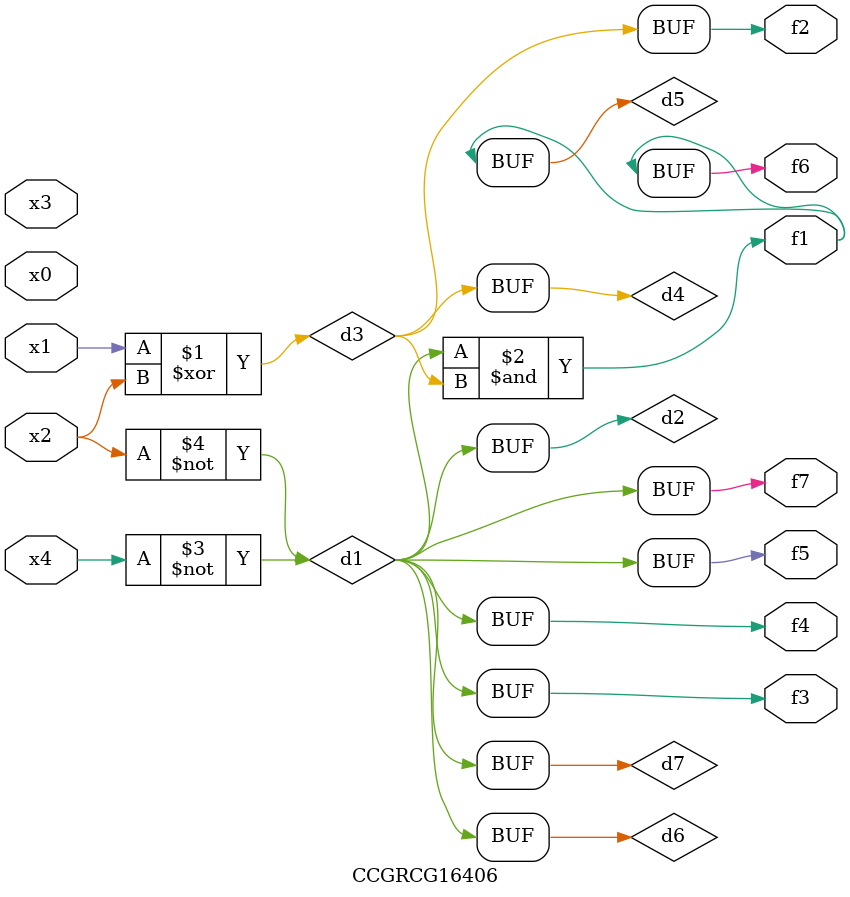
<source format=v>
module CCGRCG16406(
	input x0, x1, x2, x3, x4,
	output f1, f2, f3, f4, f5, f6, f7
);

	wire d1, d2, d3, d4, d5, d6, d7;

	not (d1, x4);
	not (d2, x2);
	xor (d3, x1, x2);
	buf (d4, d3);
	and (d5, d1, d3);
	buf (d6, d1, d2);
	buf (d7, d2);
	assign f1 = d5;
	assign f2 = d4;
	assign f3 = d7;
	assign f4 = d7;
	assign f5 = d7;
	assign f6 = d5;
	assign f7 = d7;
endmodule

</source>
